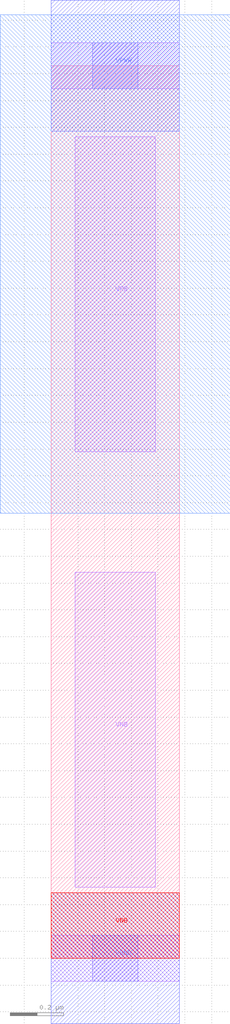
<source format=lef>
# Copyright 2020 The SkyWater PDK Authors
#
# Licensed under the Apache License, Version 2.0 (the "License");
# you may not use this file except in compliance with the License.
# You may obtain a copy of the License at
#
#     https://www.apache.org/licenses/LICENSE-2.0
#
# Unless required by applicable law or agreed to in writing, software
# distributed under the License is distributed on an "AS IS" BASIS,
# WITHOUT WARRANTIES OR CONDITIONS OF ANY KIND, either express or implied.
# See the License for the specific language governing permissions and
# limitations under the License.
#
# SPDX-License-Identifier: Apache-2.0

VERSION 5.7 ;
  NOWIREEXTENSIONATPIN ON ;
  DIVIDERCHAR "/" ;
  BUSBITCHARS "[]" ;
MACRO sky130_fd_sc_hs__tap_1
  CLASS CORE WELLTAP ;
  FOREIGN sky130_fd_sc_hs__tap_1 ;
  ORIGIN  0.000000  0.000000 ;
  SIZE  0.480000 BY  3.330000 ;
  SYMMETRY X Y ;
  SITE unit ;
  PIN VGND
    DIRECTION INOUT ;
    USE GROUND ;
    PORT
      LAYER met1 ;
        RECT 0.000000 -0.245000 0.480000 0.245000 ;
    END
  END VGND
  PIN VNB
    DIRECTION INOUT ;
    USE GROUND ;
    PORT
      LAYER li1 ;
        RECT 0.090000 0.265000 0.390000 1.440000 ;
    END
    PORT
      LAYER pwell ;
        RECT 0.000000 0.000000 0.480000 0.245000 ;
    END
  END VNB
  PIN VPB
    DIRECTION INOUT ;
    USE POWER ;
    PORT
      LAYER li1 ;
        RECT 0.090000 1.890000 0.390000 3.065000 ;
    END
  END VPB
  PIN VPWR
    DIRECTION INOUT ;
    USE POWER ;
    PORT
      LAYER met1 ;
        RECT 0.000000 3.085000 0.480000 3.575000 ;
    END
  END VPWR
  OBS
    LAYER li1 ;
      RECT 0.000000 -0.085000 0.480000 0.085000 ;
      RECT 0.000000  3.245000 0.480000 3.415000 ;
    LAYER mcon ;
      RECT 0.155000 -0.085000 0.325000 0.085000 ;
      RECT 0.155000  3.245000 0.325000 3.415000 ;
    LAYER nwell ;
      RECT -0.190000 1.660000 0.670000 3.520000 ;
  END
END sky130_fd_sc_hs__tap_1
END LIBRARY

</source>
